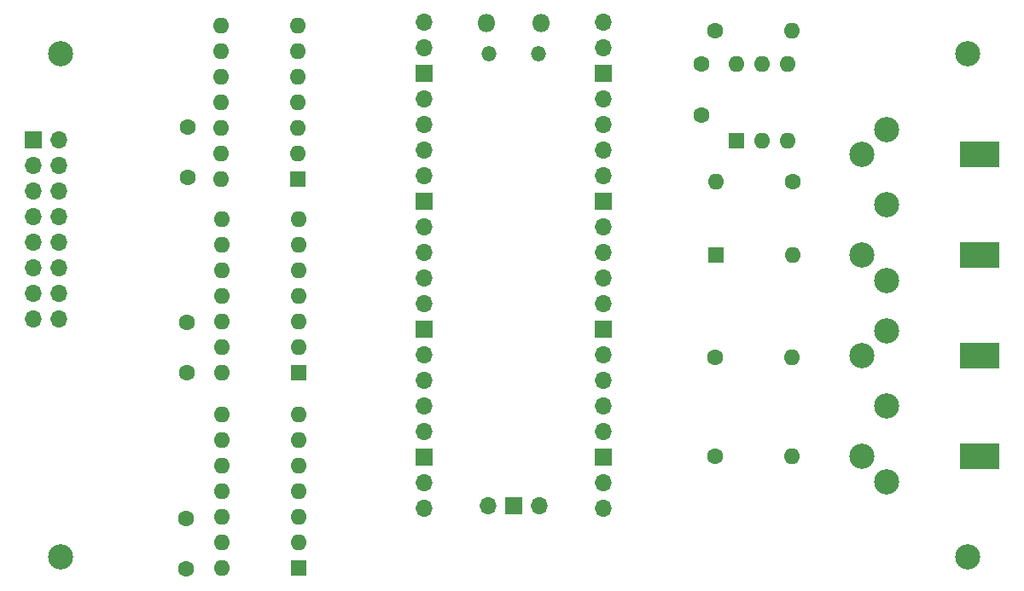
<source format=gbr>
%TF.GenerationSoftware,KiCad,Pcbnew,(6.0.5)*%
%TF.CreationDate,2022-08-31T14:42:19+01:00*%
%TF.ProjectId,PicoMIDISplitterTTL,5069636f-4d49-4444-9953-706c69747465,rev?*%
%TF.SameCoordinates,Original*%
%TF.FileFunction,Soldermask,Bot*%
%TF.FilePolarity,Negative*%
%FSLAX46Y46*%
G04 Gerber Fmt 4.6, Leading zero omitted, Abs format (unit mm)*
G04 Created by KiCad (PCBNEW (6.0.5)) date 2022-08-31 14:42:19*
%MOMM*%
%LPD*%
G01*
G04 APERTURE LIST*
%ADD10R,1.700000X1.700000*%
%ADD11O,1.700000X1.700000*%
%ADD12O,1.500000X1.500000*%
%ADD13O,1.800000X1.800000*%
%ADD14R,1.600000X1.600000*%
%ADD15O,1.600000X1.600000*%
%ADD16R,4.000000X2.500000*%
%ADD17C,2.499360*%
%ADD18C,1.600000*%
%ADD19C,2.500000*%
G04 APERTURE END LIST*
D10*
%TO.C,J1*%
X52298600Y-53517800D03*
D11*
X54838600Y-53517800D03*
X52298600Y-56057800D03*
X54838600Y-56057800D03*
X52298600Y-58597800D03*
X54838600Y-58597800D03*
X52298600Y-61137800D03*
X54838600Y-61137800D03*
X52298600Y-63677800D03*
X54838600Y-63677800D03*
X52298600Y-66217800D03*
X54838600Y-66217800D03*
X52298600Y-68757800D03*
X54838600Y-68757800D03*
X52298600Y-71297800D03*
X54838600Y-71297800D03*
%TD*%
D12*
%TO.C,U4*%
X97575000Y-45030000D03*
D13*
X102725000Y-42000000D03*
D12*
X102425000Y-45030000D03*
D13*
X97275000Y-42000000D03*
D11*
X91110000Y-41870000D03*
X91110000Y-44410000D03*
D10*
X91110000Y-46950000D03*
D11*
X91110000Y-49490000D03*
X91110000Y-52030000D03*
X91110000Y-54570000D03*
X91110000Y-57110000D03*
D10*
X91110000Y-59650000D03*
D11*
X91110000Y-62190000D03*
X91110000Y-64730000D03*
X91110000Y-67270000D03*
X91110000Y-69810000D03*
D10*
X91110000Y-72350000D03*
D11*
X91110000Y-74890000D03*
X91110000Y-77430000D03*
X91110000Y-79970000D03*
X91110000Y-82510000D03*
D10*
X91110000Y-85050000D03*
D11*
X91110000Y-87590000D03*
X91110000Y-90130000D03*
X108890000Y-90130000D03*
X108890000Y-87590000D03*
D10*
X108890000Y-85050000D03*
D11*
X108890000Y-82510000D03*
X108890000Y-79970000D03*
X108890000Y-77430000D03*
X108890000Y-74890000D03*
D10*
X108890000Y-72350000D03*
D11*
X108890000Y-69810000D03*
X108890000Y-67270000D03*
X108890000Y-64730000D03*
X108890000Y-62190000D03*
D10*
X108890000Y-59650000D03*
D11*
X108890000Y-57110000D03*
X108890000Y-54570000D03*
X108890000Y-52030000D03*
X108890000Y-49490000D03*
D10*
X108890000Y-46950000D03*
D11*
X108890000Y-44410000D03*
X108890000Y-41870000D03*
X97460000Y-89900000D03*
D10*
X100000000Y-89900000D03*
D11*
X102540000Y-89900000D03*
%TD*%
D14*
%TO.C,U2*%
X78653800Y-76687600D03*
D15*
X78653800Y-74147600D03*
X78653800Y-71607600D03*
X78653800Y-69067600D03*
X78653800Y-66527600D03*
X78653800Y-63987600D03*
X78653800Y-61447600D03*
X71033800Y-61447600D03*
X71033800Y-63987600D03*
X71033800Y-66527600D03*
X71033800Y-69067600D03*
X71033800Y-71607600D03*
X71033800Y-74147600D03*
X71033800Y-76687600D03*
%TD*%
D16*
%TO.C,J4*%
X146197700Y-85001260D03*
X146197700Y-74998740D03*
D17*
X137002800Y-72501920D03*
X137000260Y-80000000D03*
X137002800Y-87498080D03*
X134500900Y-75003820D03*
X134500900Y-84996180D03*
%TD*%
D14*
%TO.C,U1*%
X78577600Y-57459800D03*
D15*
X78577600Y-54919800D03*
X78577600Y-52379800D03*
X78577600Y-49839800D03*
X78577600Y-47299800D03*
X78577600Y-44759800D03*
X78577600Y-42219800D03*
X70957600Y-42219800D03*
X70957600Y-44759800D03*
X70957600Y-47299800D03*
X70957600Y-49839800D03*
X70957600Y-52379800D03*
X70957600Y-54919800D03*
X70957600Y-57459800D03*
%TD*%
D16*
%TO.C,J10*%
X146197700Y-54998740D03*
X146197700Y-65001260D03*
D17*
X137002800Y-52501920D03*
X137000260Y-60000000D03*
X137002800Y-67498080D03*
X134500900Y-55003820D03*
X134500900Y-64996180D03*
%TD*%
D14*
%TO.C,D1*%
X120040400Y-64973200D03*
D15*
X127660400Y-64973200D03*
%TD*%
D18*
%TO.C,R4*%
X120000000Y-84988400D03*
D15*
X127620000Y-84988400D03*
%TD*%
%TO.C,U3*%
X71008400Y-96093200D03*
X71008400Y-93553200D03*
X71008400Y-91013200D03*
X71008400Y-88473200D03*
X71008400Y-85933200D03*
X71008400Y-83393200D03*
X71008400Y-80853200D03*
X78628400Y-80853200D03*
X78628400Y-83393200D03*
X78628400Y-85933200D03*
X78628400Y-88473200D03*
X78628400Y-91013200D03*
X78628400Y-93553200D03*
D14*
X78628400Y-96093200D03*
%TD*%
D19*
%TO.C,H2*%
X55000000Y-95000000D03*
%TD*%
D18*
%TO.C,C4*%
X118618000Y-51064800D03*
X118618000Y-46064800D03*
%TD*%
%TO.C,R10*%
X120000000Y-75107800D03*
D15*
X127620000Y-75107800D03*
%TD*%
D18*
%TO.C,C1*%
X67640200Y-57313200D03*
X67640200Y-52313200D03*
%TD*%
D14*
%TO.C,U5*%
X122087400Y-53634800D03*
D15*
X124627400Y-53634800D03*
X127167400Y-53634800D03*
X127167400Y-46014800D03*
X124627400Y-46014800D03*
X122087400Y-46014800D03*
%TD*%
D18*
%TO.C,C3*%
X67487800Y-96149800D03*
X67487800Y-91149800D03*
%TD*%
D19*
%TO.C,H1*%
X55000000Y-45000000D03*
%TD*%
%TO.C,H3*%
X145000000Y-45000000D03*
%TD*%
D15*
%TO.C,R19*%
X120040400Y-57734200D03*
D18*
X127660400Y-57734200D03*
%TD*%
D19*
%TO.C,H4*%
X145000000Y-95000000D03*
%TD*%
D18*
%TO.C,C2*%
X67538600Y-76642600D03*
X67538600Y-71642600D03*
%TD*%
%TO.C,R20*%
X120000000Y-42722800D03*
D15*
X127620000Y-42722800D03*
%TD*%
M02*

</source>
